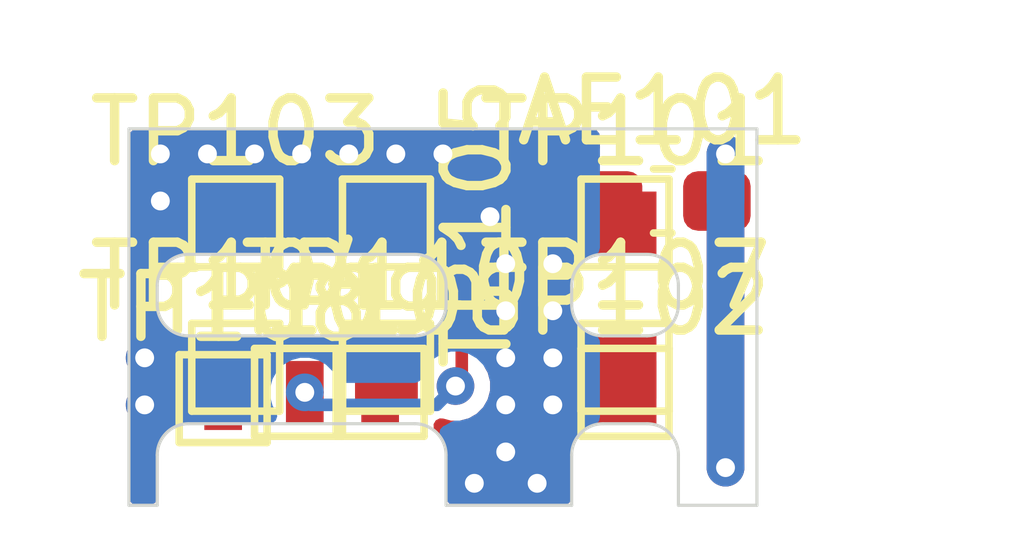
<source format=kicad_pcb>
(kicad_pcb (version 20241229) (generator "pcbnew") (generator_version "9.0")
  (layers (0 "F.Cu" signal) (2 "B.Cu" signal) (13 "F.Paste" user) (15 "B.Paste" user) (5 "F.SilkS" user "F.Silkscreen") (7 "B.SilkS" user "B.Silkscreen") (1 "F.Mask" user) (3 "B.Mask" user) (25 "Edge.Cuts" user))
  (net 0 "")
  (net 1 "/ANT")
  (net 2 "/GND")
  (net 4 "Net-(TP104-Pad1)")
  (net 5 "Net-(TP105-Pad1)")
  (net 6 "Net-(TP106-Pad1)")
  (footprint "Capacitor_SMD:C_0603_1608Metric_Pad1.08x0.95mm_HandSolder" (layer "F.Cu") (at 108.5 97.25)
    (property "Reference" "AE101" (at 0 -1.43 180) (layer "F.SilkS"))
    (property "Value" "Antenna_Shield")
    (fp_line (start -0.146267 -0.51) (end 0.146267 -0.51) (stroke (width 0.12)) (layer "F.SilkS"))
    (fp_line (start -0.146267 0.51) (end 0.146267 0.51) (stroke (width 0.12)) (layer "F.SilkS"))
    (pad "1" smd roundrect (at -0.862501 0) (size 1.075 0.95) (layers "F.Cu" "F.Mask" "F.Paste") (net 1 "/ANT"))
    (pad "2" smd roundrect (at 0.862501 0) (size 1.075 0.95) (layers "F.Cu" "F.Mask" "F.Paste") (net 2 "/GND"))
  )
  (footprint "TestPoint:TestPoint_Pad_1.0x1.0mm" (layer "F.Cu") (at 107.9 97.6)
    (property "Reference" "TP101" (at 0 -1.448 0) (layer "F.SilkS"))
    (property "Value" "TestPoint")
    (fp_line (start -0.7 -0.7) (end 0.7 -0.7) (stroke (width 0.12)) (layer "F.SilkS"))
    (fp_line (start -0.7 0.7) (end -0.7 -0.7) (stroke (width 0.12)) (layer "F.SilkS"))
    (fp_line (start 0.7 -0.7) (end 0.7 0.7) (stroke (width 0.12)) (layer "F.SilkS"))
    (fp_line (start 0.7 0.7) (end -0.7 0.7) (stroke (width 0.12)) (layer "F.SilkS"))
    (pad "1" smd rect (at 0 0) (size 1 1) (layers "F.Cu" "F.Mask") (net 1 "/ANT"))
  )
  (footprint "TestPoint:TestPoint_Pad_1.0x1.0mm" (layer "F.Cu") (at 107.9 99.9)
    (property "Reference" "TP107" (at 0 -1.448 0) (layer "F.SilkS"))
    (property "Value" "TestPoint")
    (fp_line (start -0.7 -0.7) (end 0.7 -0.7) (stroke (width 0.12)) (layer "F.SilkS"))
    (fp_line (start -0.7 0.7) (end -0.7 -0.7) (stroke (width 0.12)) (layer "F.SilkS"))
    (fp_line (start 0.7 -0.7) (end 0.7 0.7) (stroke (width 0.12)) (layer "F.SilkS"))
    (fp_line (start 0.7 0.7) (end -0.7 0.7) (stroke (width 0.12)) (layer "F.SilkS"))
    (pad "1" smd rect (at 0 0) (size 1 1) (layers "F.Cu" "F.Mask") (net 2 "/GND"))
  )
  (footprint "TestPoint:TestPoint_Pad_1.0x1.0mm" (layer "F.Cu") (at 104.1 97.6 -90)
    (property "Reference" "TP105" (at 0 -1.448001 90) (layer "F.SilkS"))
    (property "Value" "TestPoint")
    (fp_line (start -0.7 0.7) (end -0.7 -0.7) (stroke (width 0.12)) (layer "F.SilkS"))
    (fp_line (start 0.7 0.7) (end -0.7 0.7) (stroke (width 0.12)) (layer "F.SilkS"))
    (fp_line (start -0.7 -0.7) (end 0.7 -0.7) (stroke (width 0.12)) (layer "F.SilkS"))
    (fp_line (start 0.7 -0.7) (end 0.7 0.7) (stroke (width 0.12)) (layer "F.SilkS"))
    (pad "1" smd rect (at 0 0 270) (size 1 1) (layers "F.Cu" "F.Mask") (net 5 "Net-(TP105-Pad1)"))
  )
  (footprint "TestPoint:TestPoint_Pad_1.0x1.0mm" (layer "F.Cu") (at 101.7 99.9)
    (property "Reference" "TP104" (at 0 -1.448 0) (layer "F.SilkS"))
    (property "Value" "TestPoint")
    (fp_line (start -0.7 -0.7) (end 0.7 -0.7) (stroke (width 0.12)) (layer "F.SilkS"))
    (fp_line (start -0.7 0.7) (end -0.7 -0.7) (stroke (width 0.12)) (layer "F.SilkS"))
    (fp_line (start 0.7 -0.7) (end 0.7 0.7) (stroke (width 0.12)) (layer "F.SilkS"))
    (fp_line (start 0.7 0.7) (end -0.7 0.7) (stroke (width 0.12)) (layer "F.SilkS"))
    (pad "1" smd rect (at 0 0) (size 1 1) (layers "F.Cu" "F.Mask") (net 4 "Net-(TP104-Pad1)"))
  )
  (footprint "TestPoint:TestPoint_Pad_1.0x1.0mm" (layer "F.Cu") (at 104.1 99.9)
    (property "Reference" "TP110" (at 0 -1.448 0) (layer "F.SilkS"))
    (property "Value" "TestPoint")
    (fp_line (start -0.7 -0.7) (end 0.7 -0.7) (stroke (width 0.12)) (layer "F.SilkS"))
    (fp_line (start -0.7 0.7) (end -0.7 -0.7) (stroke (width 0.12)) (layer "F.SilkS"))
    (fp_line (start 0.7 -0.7) (end 0.7 0.7) (stroke (width 0.12)) (layer "F.SilkS"))
    (fp_line (start 0.7 0.7) (end -0.7 0.7) (stroke (width 0.12)) (layer "F.SilkS"))
    (pad "1" smd rect (at 0 0) (size 1 1) (layers "F.Cu" "F.Mask") (net 6 "Net-(TP106-Pad1)"))
  )
  (footprint "TestPoint:TestPoint_Pad_1.0x1.0mm" (layer "F.Cu") (at 107.9 100.3)
    (property "Reference" "TP102" (at 0 -1.448 0) (layer "F.SilkS"))
    (property "Value" "TestPoint")
    (fp_line (start -0.7 -0.7) (end 0.7 -0.7) (stroke (width 0.12)) (layer "F.SilkS"))
    (fp_line (start -0.7 0.7) (end -0.7 -0.7) (stroke (width 0.12)) (layer "F.SilkS"))
    (fp_line (start 0.7 -0.7) (end 0.7 0.7) (stroke (width 0.12)) (layer "F.SilkS"))
    (fp_line (start 0.7 0.7) (end -0.7 0.7) (stroke (width 0.12)) (layer "F.SilkS"))
    (pad "1" smd rect (at 0 0) (size 1 1) (layers "F.Cu" "F.Mask") (net 2 "/GND"))
  )
  (footprint "TestPoint:TestPoint_Pad_1.0x1.0mm" (layer "F.Cu") (at 101.7 97.6)
    (property "Reference" "TP103" (at 0 -1.448 0) (layer "F.SilkS"))
    (property "Value" "TestPoint")
    (fp_line (start -0.7 -0.7) (end 0.7 -0.7) (stroke (width 0.12)) (layer "F.SilkS"))
    (fp_line (start -0.7 0.7) (end -0.7 -0.7) (stroke (width 0.12)) (layer "F.SilkS"))
    (fp_line (start 0.7 -0.7) (end 0.7 0.7) (stroke (width 0.12)) (layer "F.SilkS"))
    (fp_line (start 0.7 0.7) (end -0.7 0.7) (stroke (width 0.12)) (layer "F.SilkS"))
    (pad "1" smd rect (at 0.05 0) (size 1 1) (layers "F.Cu" "F.Mask"))
  )
  (footprint "TestPoint:TestPoint_Pad_1.0x1.0mm" (layer "F.Cu") (at 101.5 100.4)
    (property "Reference" "TP108" (at 0 -1.448 0) (layer "F.SilkS"))
    (property "Value" "TestPoint")
    (fp_line (start -0.7 -0.7) (end 0.7 -0.7) (stroke (width 0.12)) (layer "F.SilkS"))
    (fp_line (start -0.7 0.7) (end -0.7 -0.7) (stroke (width 0.12)) (layer "F.SilkS"))
    (fp_line (start 0.7 -0.7) (end 0.7 0.7) (stroke (width 0.12)) (layer "F.SilkS"))
    (fp_line (start 0.7 0.7) (end -0.7 0.7) (stroke (width 0.12)) (layer "F.SilkS"))
    (pad "1" smd rect (at 0 0) (size 0.6 1) (layers "F.Cu" "F.Mask") (net 4 "Net-(TP104-Pad1)"))
  )
  (footprint "TestPoint:TestPoint_Pad_1.0x1.0mm" (layer "F.Cu") (at 102.7 100.3)
    (property "Reference" "TP109" (at 0 -1.448 0) (layer "F.SilkS"))
    (property "Value" "TestPoint")
    (fp_line (start -0.7 -0.7) (end 0.7 -0.7) (stroke (width 0.12)) (layer "F.SilkS"))
    (fp_line (start -0.7 0.7) (end -0.7 -0.7) (stroke (width 0.12)) (layer "F.SilkS"))
    (fp_line (start 0.7 -0.7) (end 0.7 0.7) (stroke (width 0.12)) (layer "F.SilkS"))
    (fp_line (start 0.7 0.7) (end -0.7 0.7) (stroke (width 0.12)) (layer "F.SilkS"))
    (pad "1" smd rect (at 0.1 0) (size 0.6 1) (layers "F.Cu" "F.Mask") (net 5 "Net-(TP105-Pad1)"))
  )
  (footprint "TestPoint:TestPoint_Pad_1.0x1.0mm" (layer "F.Cu") (at 104 100.3)
    (property "Reference" "TP106" (at 0 -1.448 0) (layer "F.SilkS"))
    (property "Value" "TestPoint")
    (fp_line (start -0.7 -0.7) (end 0.7 -0.7) (stroke (width 0.12)) (layer "F.SilkS"))
    (fp_line (start -0.7 0.7) (end -0.7 -0.7) (stroke (width 0.12)) (layer "F.SilkS"))
    (fp_line (start 0.7 -0.7) (end 0.7 0.7) (stroke (width 0.12)) (layer "F.SilkS"))
    (fp_line (start 0.7 0.7) (end -0.7 0.7) (stroke (width 0.12)) (layer "F.SilkS"))
    (pad "1" smd rect (at 0 0) (size 0.6 1) (layers "F.Cu" "F.Mask") (net 6 "Net-(TP106-Pad1)"))
  )
  (gr_line (start 100.95 100.8) (end 104.55 100.8) (stroke (width 0.05)) (layer "Edge.Cuts"))
  (gr_line (start 107.55 98.1) (end 108.25 98.1) (stroke (width 0.05)) (layer "Edge.Cuts"))
  (gr_line (start 100.45 102.1) (end 100.45 101.3) (stroke (width 0.05)) (layer "Edge.Cuts"))
  (gr_arc (start 105.05 98.9) (mid 104.903553 99.253553) (end 104.55 99.4) (stroke (width 0.05)) (layer "Edge.Cuts"))
  (gr_arc (start 100.45 98.6) (mid 100.596447 98.246447) (end 100.95 98.1) (stroke (width 0.05)) (layer "Edge.Cuts"))
  (gr_line (start 107.05 98.9) (end 107.05 98.6) (stroke (width 0.05)) (layer "Edge.Cuts"))
  (gr_line (start 100.000001 102.1) (end 100 96.1) (stroke (width 0.05)) (layer "Edge.Cuts"))
  (gr_arc (start 100.45 101.3) (mid 100.596447 100.946447) (end 100.95 100.8) (stroke (width 0.05)) (layer "Edge.Cuts"))
  (gr_line (start 109.999999 102.1) (end 108.75 102.1) (stroke (width 0.05)) (layer "Edge.Cuts"))
  (gr_line (start 107.05 102.1) (end 105.05 102.1) (stroke (width 0.05)) (layer "Edge.Cuts"))
  (gr_line (start 110 96.1) (end 109.999999 102.1) (stroke (width 0.05)) (layer "Edge.Cuts"))
  (gr_line (start 100.95 98.1) (end 104.55 98.1) (stroke (width 0.05)) (layer "Edge.Cuts"))
  (gr_arc (start 108.25 98.1) (mid 108.603553 98.246447) (end 108.75 98.6) (stroke (width 0.05)) (layer "Edge.Cuts"))
  (gr_arc (start 104.55 100.8) (mid 104.903553 100.946447) (end 105.05 101.3) (stroke (width 0.05)) (layer "Edge.Cuts"))
  (gr_arc (start 100.95 99.4) (mid 100.596447 99.253553) (end 100.45 98.9) (stroke (width 0.05)) (layer "Edge.Cuts"))
  (gr_line (start 107.05 102.1) (end 107.05 101.3) (stroke (width 0.05)) (layer "Edge.Cuts"))
  (gr_arc (start 107.05 101.3) (mid 107.196447 100.946447) (end 107.55 100.8) (stroke (width 0.05)) (layer "Edge.Cuts"))
  (gr_line (start 108.25 99.4) (end 107.55 99.4) (stroke (width 0.05)) (layer "Edge.Cuts"))
  (gr_arc (start 108.75 98.9) (mid 108.603553 99.253553) (end 108.25 99.4) (stroke (width 0.05)) (layer "Edge.Cuts"))
  (gr_line (start 100.45 102.1) (end 100.000001 102.1) (stroke (width 0.05)) (layer "Edge.Cuts"))
  (gr_arc (start 107.55 99.4) (mid 107.196447 99.253553) (end 107.05 98.9) (stroke (width 0.05)) (layer "Edge.Cuts"))
  (gr_line (start 105.05 98.6) (end 105.05 98.9) (stroke (width 0.05)) (layer "Edge.Cuts"))
  (gr_line (start 100 96.1) (end 110 96.1) (stroke (width 0.05)) (layer "Edge.Cuts"))
  (gr_arc (start 108.25 100.8) (mid 108.603553 100.946447) (end 108.75 101.3) (stroke (width 0.05)) (layer "Edge.Cuts"))
  (gr_line (start 105.05 101.3) (end 105.05 102.1) (stroke (width 0.05)) (layer "Edge.Cuts"))
  (gr_line (start 107.55 100.8) (end 108.25 100.8) (stroke (width 0.05)) (layer "Edge.Cuts"))
  (gr_line (start 108.75 98.6) (end 108.75 98.9) (stroke (width 0.05)) (layer "Edge.Cuts"))
  (gr_line (start 100.45 98.9) (end 100.45 98.6) (stroke (width 0.05)) (layer "Edge.Cuts"))
  (gr_arc (start 107.05 98.6) (mid 107.196447 98.246447) (end 107.55 98.1) (stroke (width 0.05)) (layer "Edge.Cuts"))
  (gr_line (start 104.55 99.4) (end 100.95 99.4) (stroke (width 0.05)) (layer "Edge.Cuts"))
  (gr_arc (start 104.55 98.1) (mid 104.903553 98.246447) (end 105.05 98.6) (stroke (width 0.05)) (layer "Edge.Cuts"))
  (gr_line (start 108.75 101.3) (end 108.75 102.1) (stroke (width 0.05)) (layer "Edge.Cuts"))
  (segment (start 109.5 96.5) (end 109.5 101.5) (width 0.6) (layer "F.Cu") (net 2))
  (via (at 106 101.25) (size 0.6) (drill 0.3) (layers "F.Cu" "B.Cu") (net 2))
  (via (at 102.75 96.5) (size 0.6) (drill 0.3) (layers "F.Cu" "B.Cu") (net 2))
  (via (at 100.5 96.5) (size 0.6) (drill 0.3) (layers "F.Cu" "B.Cu") (net 2))
  (via (at 106.75 99) (size 0.6) (drill 0.3) (layers "F.Cu" "B.Cu") (net 2))
  (via (at 100.25 100.5) (size 0.6) (drill 0.3) (layers "F.Cu" "B.Cu") (net 2))
  (via (at 103.5 96.5) (size 0.6) (drill 0.3) (layers "F.Cu" "B.Cu") (net 2))
  (via (at 106 99) (size 0.6) (drill 0.3) (layers "F.Cu" "B.Cu") (net 2))
  (via (at 104.25 96.5) (size 0.6) (drill 0.3) (layers "F.Cu" "B.Cu") (net 2))
  (via (at 106 100.5) (size 0.6) (drill 0.3) (layers "F.Cu" "B.Cu") (net 2))
  (via (at 109.5 101.5) (size 0.6) (drill 0.3) (layers "F.Cu" "B.Cu") (net 2))
  (via (at 106.75 98.25) (size 0.6) (drill 0.3) (layers "F.Cu" "B.Cu") (net 2))
  (via (at 105.5 101.75) (size 0.6) (drill 0.3) (layers "F.Cu" "B.Cu") (net 2))
  (via (at 101.25 96.5) (size 0.6) (drill 0.3) (layers "F.Cu" "B.Cu") (net 2))
  (via (at 102 96.5) (size 0.6) (drill 0.3) (layers "F.Cu" "B.Cu") (net 2))
  (via (at 109.5 96.5) (size 0.6) (drill 0.3) (layers "F.Cu" "B.Cu") (net 2))
  (via (at 106.75 99.75) (size 0.6) (drill 0.3) (layers "F.Cu" "B.Cu") (net 2))
  (via (at 106.75 100.5) (size 0.6) (drill 0.3) (layers "F.Cu" "B.Cu") (net 2))
  (via (at 106 99.75) (size 0.6) (drill 0.3) (layers "F.Cu" "B.Cu") (net 2))
  (via (at 105 96.5) (size 0.6) (drill 0.3) (layers "F.Cu" "B.Cu") (net 2))
  (via (at 106.5 101.75) (size 0.6) (drill 0.3) (layers "F.Cu" "B.Cu") (net 2))
  (via (at 106 98.25) (size 0.6) (drill 0.3) (layers "F.Cu" "B.Cu") (net 2))
  (via (at 100.5 97.25) (size 0.6) (drill 0.3) (layers "F.Cu" "B.Cu") (net 2))
  (via (at 105.75 97.5) (size 0.6) (drill 0.3) (layers "F.Cu" "B.Cu") (net 2))
  (via (at 100.25 99.75) (size 0.6) (drill 0.3) (layers "F.Cu" "B.Cu") (net 2))
  (segment (start 109.5 97.25) (end 109.5 96.5) (width 0.6) (layer "B.Cu") (net 2))
  (segment (start 109.5 101.5) (end 109.5 96.5) (width 0.6) (layer "B.Cu") (net 2))
  (segment (start 105.3 97.9) (end 105.3 100.1) (width 0.2) (layer "F.Cu") (net 5))
  (segment (start 103 100.3) (end 102.9 100.5) (width 0.2) (layer "F.Cu") (net 5))
  (segment (start 105 97.6) (end 105.3 97.9) (width 0.2) (layer "F.Cu") (net 5))
  (segment (start 103.9 97.6) (end 105 97.6) (width 0.2) (layer "F.Cu") (net 5))
  (via (at 102.8 100.3) (size 0.6) (drill 0.3) (layers "F.Cu" "B.Cu") (net 5))
  (via (at 105.2 100.2) (size 0.6) (drill 0.3) (layers "F.Cu" "B.Cu") (net 5))
  (segment (start 105.3 100.1) (end 105.2 100.2) (width 0.2) (layer "B.Cu") (net 5))
  (segment (start 104.9 100.5) (end 105.25 100.15) (width 0.2) (layer "B.Cu") (net 5))
  (segment (start 102.9 100.5) (end 104.9 100.5) (width 0.2) (layer "B.Cu") (net 5))
  (zone (net 2) (net_name "/GND") (layers "F.Cu" "B.Cu") (connect_pads yes (clearance 0.25)) (min_thickness 0.25) (fill yes (thermal_gap 0.5) (thermal_bridge_width 0.5))
    (polygon (pts (xy 100 96.1) (xy 107.5 96.1) (xy 107.5 102.1) (xy 100 102.1)))
  )
)
</source>
